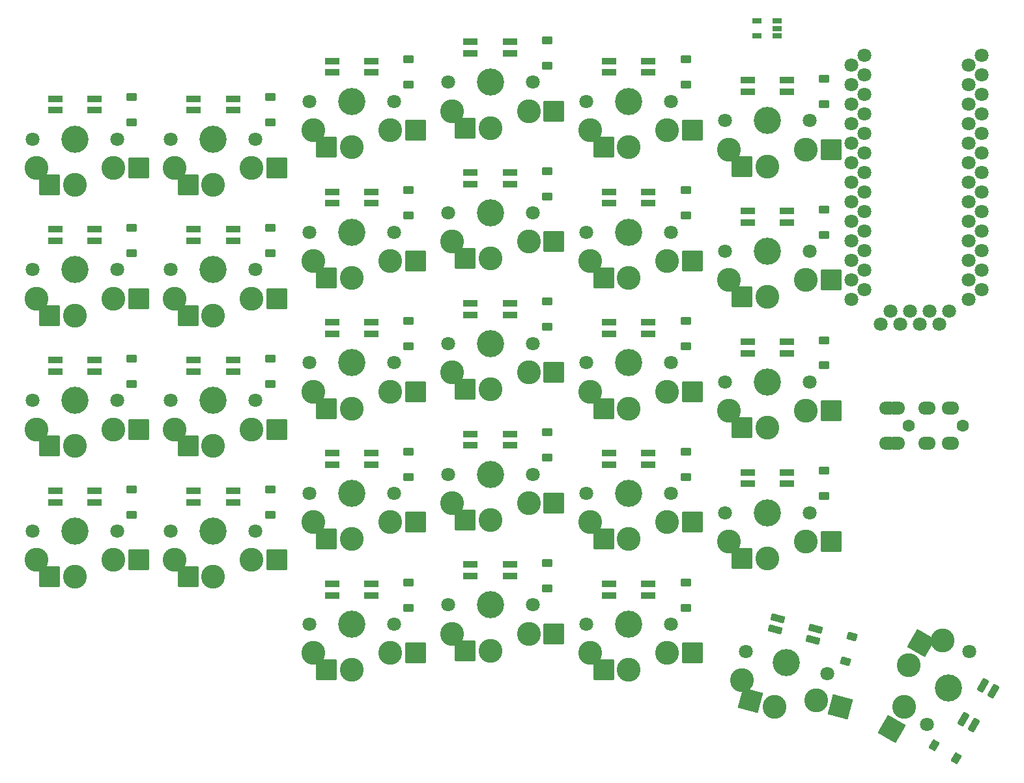
<source format=gbr>
%TF.GenerationSoftware,KiCad,Pcbnew,7.0.7*%
%TF.CreationDate,2023-10-16T17:22:34-07:00*%
%TF.ProjectId,main_pcb,6d61696e-5f70-4636-922e-6b696361645f,v1.0.0*%
%TF.SameCoordinates,Original*%
%TF.FileFunction,Soldermask,Top*%
%TF.FilePolarity,Negative*%
%FSLAX46Y46*%
G04 Gerber Fmt 4.6, Leading zero omitted, Abs format (unit mm)*
G04 Created by KiCad (PCBNEW 7.0.7) date 2023-10-16 17:22:34*
%MOMM*%
%LPD*%
G01*
G04 APERTURE LIST*
G04 Aperture macros list*
%AMRoundRect*
0 Rectangle with rounded corners*
0 $1 Rounding radius*
0 $2 $3 $4 $5 $6 $7 $8 $9 X,Y pos of 4 corners*
0 Add a 4 corners polygon primitive as box body*
4,1,4,$2,$3,$4,$5,$6,$7,$8,$9,$2,$3,0*
0 Add four circle primitives for the rounded corners*
1,1,$1+$1,$2,$3*
1,1,$1+$1,$4,$5*
1,1,$1+$1,$6,$7*
1,1,$1+$1,$8,$9*
0 Add four rect primitives between the rounded corners*
20,1,$1+$1,$2,$3,$4,$5,0*
20,1,$1+$1,$4,$5,$6,$7,0*
20,1,$1+$1,$6,$7,$8,$9,0*
20,1,$1+$1,$8,$9,$2,$3,0*%
G04 Aperture macros list end*
%ADD10RoundRect,0.050000X-0.850000X-0.410000X0.850000X-0.410000X0.850000X0.410000X-0.850000X0.410000X0*%
%ADD11RoundRect,0.050000X-0.927153X-0.176033X0.714921X-0.616026X0.927153X0.176033X-0.714921X0.616026X0*%
%ADD12C,1.801800*%
%ADD13C,3.100000*%
%ADD14C,3.529000*%
%ADD15RoundRect,0.050000X1.300000X1.300000X-1.300000X1.300000X-1.300000X-1.300000X1.300000X-1.300000X0*%
%ADD16RoundRect,0.050000X0.069930X0.941122X-0.780070X-0.531122X-0.069930X-0.941122X0.780070X0.531122X0*%
%ADD17C,1.600000*%
%ADD18O,2.300000X1.700000*%
%ADD19C,1.800000*%
%ADD20RoundRect,0.050000X1.592168X0.919239X-0.919239X1.592168X-1.592168X-0.919239X0.919239X-1.592168X0*%
%ADD21RoundRect,0.050000X0.550000X0.300000X-0.550000X0.300000X-0.550000X-0.300000X0.550000X-0.300000X0*%
%ADD22RoundRect,0.050000X0.475833X-1.775833X1.775833X0.475833X-0.475833X1.775833X-1.775833X-0.475833X0*%
%ADD23RoundRect,0.050000X-0.600000X0.450000X-0.600000X-0.450000X0.600000X-0.450000X0.600000X0.450000X0*%
%ADD24RoundRect,0.050000X0.689711X0.294615X-0.089711X0.744615X-0.689711X-0.294615X0.089711X-0.744615X0*%
%ADD25RoundRect,0.050000X-0.463087X0.589958X-0.696024X-0.279375X0.463087X-0.589958X0.696024X0.279375X0*%
G04 APERTURE END LIST*
D10*
%TO.C,_23*%
X224549988Y-123350000D03*
X219449988Y-121850000D03*
X224549988Y-121850000D03*
X219449988Y-123350000D03*
%TD*%
%TO.C,_17*%
X206549988Y-137850000D03*
X201449988Y-136350000D03*
X206549988Y-136350000D03*
X201449988Y-137850000D03*
%TD*%
D11*
%TO.C,_28*%
X245933671Y-197137767D03*
X241395677Y-194368901D03*
X246321899Y-195688878D03*
X241007449Y-195817790D03*
%TD*%
D10*
%TO.C,_25*%
X242549988Y-159850000D03*
X237449988Y-158350000D03*
X242549988Y-158350000D03*
X237449988Y-159850000D03*
%TD*%
%TO.C,_21*%
X224549988Y-157350000D03*
X219449988Y-155850000D03*
X224549988Y-155850000D03*
X219449988Y-157350000D03*
%TD*%
D12*
%TO.C,S20*%
X227499988Y-178100000D03*
D13*
X226999988Y-181850000D03*
X221999988Y-184050000D03*
X221999988Y-184050000D03*
D14*
X221999988Y-178100000D03*
D13*
X216999988Y-181850000D03*
D12*
X216499988Y-178100000D03*
D15*
X218724988Y-184050000D03*
X230274988Y-181850000D03*
%TD*%
D12*
%TO.C,S27*%
X245499988Y-129600000D03*
D13*
X244999988Y-133350000D03*
X239999988Y-135550000D03*
X239999988Y-135550000D03*
D14*
X239999988Y-129600000D03*
D13*
X234999988Y-133350000D03*
D12*
X234499988Y-129600000D03*
D15*
X236724988Y-135550000D03*
X248274988Y-133350000D03*
%TD*%
D10*
%TO.C,_4*%
X152549988Y-128250000D03*
X147449988Y-126750000D03*
X152549988Y-126750000D03*
X147449988Y-128250000D03*
%TD*%
%TO.C,_19*%
X224549988Y-191350000D03*
X219449988Y-189850000D03*
X224549988Y-189850000D03*
X219449988Y-191350000D03*
%TD*%
%TO.C,_5*%
X170549988Y-179250000D03*
X165449988Y-177750000D03*
X170549988Y-177750000D03*
X165449988Y-179250000D03*
%TD*%
D12*
%TO.C,S15*%
X209499988Y-175600000D03*
D13*
X208999988Y-179350000D03*
X203999988Y-181550000D03*
X203999988Y-181550000D03*
D14*
X203999988Y-175600000D03*
D13*
X198999988Y-179350000D03*
D12*
X198499988Y-175600000D03*
D15*
X200724988Y-181550000D03*
X212274988Y-179350000D03*
%TD*%
D12*
%TO.C,S5*%
X173499988Y-183000000D03*
D13*
X172999988Y-186750000D03*
X167999988Y-188950000D03*
X167999988Y-188950000D03*
D14*
X167999988Y-183000000D03*
D13*
X162999988Y-186750000D03*
D12*
X162499988Y-183000000D03*
D15*
X164724988Y-188950000D03*
X176274988Y-186750000D03*
%TD*%
D12*
%TO.C,S11*%
X191499988Y-161100000D03*
D13*
X190999988Y-164850000D03*
X185999988Y-167050000D03*
X185999988Y-167050000D03*
D14*
X185999988Y-161100000D03*
D13*
X180999988Y-164850000D03*
D12*
X180499988Y-161100000D03*
D15*
X182724988Y-167050000D03*
X194274988Y-164850000D03*
%TD*%
D10*
%TO.C,_2*%
X152549988Y-162250000D03*
X147449988Y-160750000D03*
X152549988Y-160750000D03*
X147449988Y-162250000D03*
%TD*%
D16*
%TO.C,_29*%
X265524312Y-207494032D03*
X269373350Y-203827302D03*
X266823350Y-208244032D03*
X268074312Y-203077302D03*
%TD*%
D10*
%TO.C,_15*%
X206549988Y-171850000D03*
X201449988Y-170350000D03*
X206549988Y-170350000D03*
X201449988Y-171850000D03*
%TD*%
%TO.C,_11*%
X188549988Y-157350000D03*
X183449988Y-155850000D03*
X188549988Y-155850000D03*
X183449988Y-157350000D03*
%TD*%
D12*
%TO.C,S9*%
X191499988Y-195100000D03*
D13*
X190999988Y-198850000D03*
X185999988Y-201050000D03*
X185999988Y-201050000D03*
D14*
X185999988Y-195100000D03*
D13*
X180999988Y-198850000D03*
D12*
X180499988Y-195100000D03*
D15*
X182724988Y-201050000D03*
X194274988Y-198850000D03*
%TD*%
D10*
%TO.C,_24*%
X242549988Y-176850000D03*
X237449988Y-175350000D03*
X242549988Y-175350000D03*
X237449988Y-176850000D03*
%TD*%
D17*
%TO.C,TRRS1*%
X265399988Y-169300000D03*
X258399988Y-169300000D03*
D18*
X255699988Y-167000000D03*
X255699988Y-171600000D03*
X256799988Y-167000000D03*
X256799988Y-171600000D03*
X260799988Y-167000000D03*
X260799988Y-171600000D03*
X263799988Y-167000000D03*
X263799988Y-171600000D03*
%TD*%
D10*
%TO.C,_10*%
X188549988Y-174350000D03*
X183449988Y-172850000D03*
X188549988Y-172850000D03*
X183449988Y-174350000D03*
%TD*%
D12*
%TO.C,S16*%
X209499988Y-158600000D03*
D13*
X208999988Y-162350000D03*
X203999988Y-164550000D03*
X203999988Y-164550000D03*
D14*
X203999988Y-158600000D03*
D13*
X198999988Y-162350000D03*
D12*
X198499988Y-158600000D03*
D15*
X200724988Y-164550000D03*
X212274988Y-162350000D03*
%TD*%
D19*
%TO.C,MCU-AX1*%
X266219988Y-127440000D03*
X250979988Y-129980000D03*
X250979988Y-132520000D03*
X250979988Y-124900000D03*
X250979988Y-127440000D03*
X250979988Y-135060000D03*
X250979988Y-137600000D03*
X250979988Y-140140000D03*
X250979988Y-142680000D03*
X250979988Y-145220000D03*
X250979988Y-147760000D03*
X250979988Y-150300000D03*
X250979988Y-152840000D03*
X250979988Y-122360000D03*
X266219988Y-122360000D03*
X266219988Y-147760000D03*
X266219988Y-152840000D03*
X266219988Y-145220000D03*
X266219988Y-150300000D03*
X266219988Y-142680000D03*
X266219988Y-140140000D03*
X266219988Y-137600000D03*
X266219988Y-135060000D03*
X266219988Y-124900000D03*
X266219988Y-129980000D03*
X266219988Y-132520000D03*
%TD*%
D12*
%TO.C,S24*%
X245499988Y-180600000D03*
D13*
X244999988Y-184350000D03*
X239999988Y-186550000D03*
X239999988Y-186550000D03*
D14*
X239999988Y-180600000D03*
D13*
X234999988Y-184350000D03*
D12*
X234499988Y-180600000D03*
D15*
X236724988Y-186550000D03*
X248274988Y-184350000D03*
%TD*%
D12*
%TO.C,S6*%
X173499988Y-166000000D03*
D13*
X172999988Y-169750000D03*
X167999988Y-171950000D03*
X167999988Y-171950000D03*
D14*
X167999988Y-166000000D03*
D13*
X162999988Y-169750000D03*
D12*
X162499988Y-166000000D03*
D15*
X164724988Y-171950000D03*
X176274988Y-169750000D03*
%TD*%
D12*
%TO.C,S8*%
X173499988Y-132000000D03*
D13*
X172999988Y-135750000D03*
X167999988Y-137950000D03*
X167999988Y-137950000D03*
D14*
X167999988Y-132000000D03*
D13*
X162999988Y-135750000D03*
D12*
X162499988Y-132000000D03*
D15*
X164724988Y-137950000D03*
X176274988Y-135750000D03*
%TD*%
D10*
%TO.C,_9*%
X188549988Y-191350000D03*
X183449988Y-189850000D03*
X188549988Y-189850000D03*
X183449988Y-191350000D03*
%TD*%
%TO.C,_14*%
X206549988Y-188850000D03*
X201449988Y-187350000D03*
X206549988Y-187350000D03*
X201449988Y-188850000D03*
%TD*%
D12*
%TO.C,S1*%
X155499988Y-183000000D03*
D13*
X154999988Y-186750000D03*
X149999988Y-188950000D03*
X149999988Y-188950000D03*
D14*
X149999988Y-183000000D03*
D13*
X144999988Y-186750000D03*
D12*
X144499988Y-183000000D03*
D15*
X146724988Y-188950000D03*
X158274988Y-186750000D03*
%TD*%
D12*
%TO.C,S10*%
X191499988Y-178100000D03*
D13*
X190999988Y-181850000D03*
X185999988Y-184050000D03*
X185999988Y-184050000D03*
D14*
X185999988Y-178100000D03*
D13*
X180999988Y-181850000D03*
D12*
X180499988Y-178100000D03*
D15*
X182724988Y-184050000D03*
X194274988Y-181850000D03*
%TD*%
D10*
%TO.C,_20*%
X224549988Y-174350000D03*
X219449988Y-172850000D03*
X224549988Y-172850000D03*
X219449988Y-174350000D03*
%TD*%
%TO.C,_27*%
X242549988Y-125850000D03*
X237449988Y-124350000D03*
X242549988Y-124350000D03*
X237449988Y-125850000D03*
%TD*%
%TO.C,_12*%
X188549988Y-140350000D03*
X183449988Y-138850000D03*
X188549988Y-138850000D03*
X183449988Y-140350000D03*
%TD*%
%TO.C,_18*%
X206549988Y-120850000D03*
X201449988Y-119350000D03*
X206549988Y-119350000D03*
X201449988Y-120850000D03*
%TD*%
D12*
%TO.C,S13*%
X191499988Y-127100000D03*
D13*
X190999988Y-130850000D03*
X185999988Y-133050000D03*
X185999988Y-133050000D03*
D14*
X185999988Y-127100000D03*
D13*
X180999988Y-130850000D03*
D12*
X180499988Y-127100000D03*
D15*
X182724988Y-133050000D03*
X194274988Y-130850000D03*
%TD*%
D12*
%TO.C,S12*%
X191499988Y-144100000D03*
D13*
X190999988Y-147850000D03*
X185999988Y-150050000D03*
X185999988Y-150050000D03*
D14*
X185999988Y-144100000D03*
D13*
X180999988Y-147850000D03*
D12*
X180499988Y-144100000D03*
D15*
X182724988Y-150050000D03*
X194274988Y-147850000D03*
%TD*%
D12*
%TO.C,S28*%
X247812580Y-201523505D03*
D13*
X246359046Y-205016317D03*
X240960015Y-205847259D03*
X240960015Y-205847259D03*
D14*
X242499988Y-200100000D03*
D13*
X236699787Y-202428127D03*
D12*
X237187396Y-198676495D03*
D20*
X237796608Y-204999626D03*
X249522453Y-205863949D03*
%TD*%
D12*
%TO.C,S4*%
X155499988Y-132000000D03*
D13*
X154999988Y-135750000D03*
X149999988Y-137950000D03*
X149999988Y-137950000D03*
D14*
X149999988Y-132000000D03*
D13*
X144999988Y-135750000D03*
D12*
X144499988Y-132000000D03*
D15*
X146724988Y-137950000D03*
X158274988Y-135750000D03*
%TD*%
D21*
%TO.C,_30*%
X241299988Y-117600000D03*
X238699988Y-116650000D03*
X241299988Y-118550000D03*
X241299988Y-116650000D03*
X238699988Y-118550000D03*
%TD*%
D12*
%TO.C,S17*%
X209499988Y-141600000D03*
D13*
X208999988Y-145350000D03*
X203999988Y-147550000D03*
X203999988Y-147550000D03*
D14*
X203999988Y-141600000D03*
D13*
X198999988Y-145350000D03*
D12*
X198499988Y-141600000D03*
D15*
X200724988Y-147550000D03*
X212274988Y-145350000D03*
%TD*%
D10*
%TO.C,_16*%
X206549988Y-154850000D03*
X201449988Y-153350000D03*
X206549988Y-153350000D03*
X201449988Y-154850000D03*
%TD*%
D12*
%TO.C,S19*%
X227499988Y-195100000D03*
D13*
X226999988Y-198850000D03*
X221999988Y-201050000D03*
X221999988Y-201050000D03*
D14*
X221999988Y-195100000D03*
D13*
X216999988Y-198850000D03*
D12*
X216499988Y-195100000D03*
D15*
X218724988Y-201050000D03*
X230274988Y-198850000D03*
%TD*%
D12*
%TO.C,S22*%
X227499988Y-144100000D03*
D13*
X226999988Y-147850000D03*
X221999988Y-150050000D03*
X221999988Y-150050000D03*
D14*
X221999988Y-144100000D03*
D13*
X216999988Y-147850000D03*
D12*
X216499988Y-144100000D03*
D15*
X218724988Y-150050000D03*
X230274988Y-147850000D03*
%TD*%
D10*
%TO.C,_1*%
X152549988Y-179250000D03*
X147449988Y-177750000D03*
X152549988Y-177750000D03*
X147449988Y-179250000D03*
%TD*%
D12*
%TO.C,S7*%
X173499988Y-149000000D03*
D13*
X172999988Y-152750000D03*
X167999988Y-154950000D03*
X167999988Y-154950000D03*
D14*
X167999988Y-149000000D03*
D13*
X162999988Y-152750000D03*
D12*
X162499988Y-149000000D03*
D15*
X164724988Y-154950000D03*
X176274988Y-152750000D03*
%TD*%
D12*
%TO.C,S25*%
X245499988Y-163600000D03*
D13*
X244999988Y-167350000D03*
X239999988Y-169550000D03*
X239999988Y-169550000D03*
D14*
X239999988Y-163600000D03*
D13*
X234999988Y-167350000D03*
D12*
X234499988Y-163600000D03*
D15*
X236724988Y-169550000D03*
X248274988Y-167350000D03*
%TD*%
D10*
%TO.C,_6*%
X170549988Y-162250000D03*
X165449988Y-160750000D03*
X170549988Y-160750000D03*
X165449988Y-162250000D03*
%TD*%
%TO.C,_8*%
X170549988Y-128250000D03*
X165449988Y-126750000D03*
X170549988Y-126750000D03*
X165449988Y-128250000D03*
%TD*%
%TO.C,_13*%
X188549988Y-123350000D03*
X183449988Y-121850000D03*
X188549988Y-121850000D03*
X183449988Y-123350000D03*
%TD*%
%TO.C,_22*%
X224549988Y-140350000D03*
X219449988Y-138850000D03*
X224549988Y-138850000D03*
X219449988Y-140350000D03*
%TD*%
D12*
%TO.C,S21*%
X227499988Y-161100000D03*
D13*
X226999988Y-164850000D03*
X221999988Y-167050000D03*
X221999988Y-167050000D03*
D14*
X221999988Y-161100000D03*
D13*
X216999988Y-164850000D03*
D12*
X216499988Y-161100000D03*
D15*
X218724988Y-167050000D03*
X230274988Y-164850000D03*
%TD*%
D12*
%TO.C,S2*%
X155499988Y-166000000D03*
D13*
X154999988Y-169750000D03*
X149999988Y-171950000D03*
X149999988Y-171950000D03*
D14*
X149999988Y-166000000D03*
D13*
X144999988Y-169750000D03*
D12*
X144499988Y-166000000D03*
D15*
X146724988Y-171950000D03*
X158274988Y-169750000D03*
%TD*%
D19*
%TO.C,OLED1*%
X262409988Y-156100000D03*
X257329988Y-156100000D03*
X254789988Y-156100000D03*
X259869988Y-156100000D03*
%TD*%
D10*
%TO.C,_7*%
X170549988Y-145250000D03*
X165449988Y-143750000D03*
X170549988Y-143750000D03*
X165449988Y-145250000D03*
%TD*%
%TO.C,_3*%
X152549988Y-145250000D03*
X147449988Y-143750000D03*
X152549988Y-143750000D03*
X147449988Y-145250000D03*
%TD*%
D12*
%TO.C,S18*%
X209499988Y-124600000D03*
D13*
X208999988Y-128350000D03*
X203999988Y-130550000D03*
X203999988Y-130550000D03*
D14*
X203999988Y-124600000D03*
D13*
X198999988Y-128350000D03*
D12*
X198499988Y-124600000D03*
D15*
X200724988Y-130550000D03*
X212274988Y-128350000D03*
%TD*%
D10*
%TO.C,_26*%
X242549988Y-142850000D03*
X237449988Y-141350000D03*
X242549988Y-141350000D03*
X237449988Y-142850000D03*
%TD*%
D12*
%TO.C,S3*%
X155499988Y-149000000D03*
D13*
X154999988Y-152750000D03*
X149999988Y-154950000D03*
X149999988Y-154950000D03*
D14*
X149999988Y-149000000D03*
D13*
X144999988Y-152750000D03*
D12*
X144499988Y-149000000D03*
D15*
X146724988Y-154950000D03*
X158274988Y-152750000D03*
%TD*%
D12*
%TO.C,S26*%
X245499988Y-146600000D03*
D13*
X244999988Y-150350000D03*
X239999988Y-152550000D03*
X239999988Y-152550000D03*
D14*
X239999988Y-146600000D03*
D13*
X234999988Y-150350000D03*
D12*
X234499988Y-146600000D03*
D15*
X236724988Y-152550000D03*
X248274988Y-150350000D03*
%TD*%
D12*
%TO.C,S14*%
X209499988Y-192600000D03*
D13*
X208999988Y-196350000D03*
X203999988Y-198550000D03*
X203999988Y-198550000D03*
D14*
X203999988Y-192600000D03*
D13*
X198999988Y-196350000D03*
D12*
X198499988Y-192600000D03*
D15*
X200724988Y-198550000D03*
X212274988Y-196350000D03*
%TD*%
D12*
%TO.C,S29*%
X260801716Y-208173807D03*
D13*
X257804121Y-205865794D03*
X258398865Y-200435667D03*
X258398865Y-200435667D03*
D14*
X263551716Y-203410667D03*
D13*
X262804121Y-197205540D03*
D12*
X266301716Y-198647527D03*
D22*
X260036365Y-197599434D03*
X256166621Y-208702027D03*
%TD*%
D12*
%TO.C,S23*%
X227499988Y-127100000D03*
D13*
X226999988Y-130850000D03*
X221999988Y-133050000D03*
X221999988Y-133050000D03*
D14*
X221999988Y-127100000D03*
D13*
X216999988Y-130850000D03*
D12*
X216499988Y-127100000D03*
D15*
X218724988Y-133050000D03*
X230274988Y-130850000D03*
%TD*%
D23*
%TO.C,D12*%
X193399988Y-141950000D03*
X193399988Y-138650000D03*
%TD*%
%TO.C,D13*%
X193399988Y-124950000D03*
X193399988Y-121650000D03*
%TD*%
D19*
%TO.C,OLED2*%
X256059988Y-154420000D03*
X261139988Y-154420000D03*
X263679988Y-154420000D03*
X258599988Y-154420000D03*
%TD*%
D23*
%TO.C,D24*%
X247399988Y-178450000D03*
X247399988Y-175150000D03*
%TD*%
%TO.C,D3*%
X157399988Y-146850000D03*
X157399988Y-143550000D03*
%TD*%
%TO.C,D20*%
X229399988Y-175950000D03*
X229399988Y-172650000D03*
%TD*%
%TO.C,D2*%
X157399988Y-163850000D03*
X157399988Y-160550000D03*
%TD*%
%TO.C,D10*%
X193399988Y-175950000D03*
X193399988Y-172650000D03*
%TD*%
%TO.C,D11*%
X193399988Y-158950000D03*
X193399988Y-155650000D03*
%TD*%
%TO.C,D4*%
X157399988Y-129850000D03*
X157399988Y-126550000D03*
%TD*%
%TO.C,D14*%
X211399988Y-190450000D03*
X211399988Y-187150000D03*
%TD*%
%TO.C,D18*%
X211399988Y-122450000D03*
X211399988Y-119150000D03*
%TD*%
%TO.C,D25*%
X247399988Y-161450000D03*
X247399988Y-158150000D03*
%TD*%
%TO.C,D7*%
X175399988Y-146850000D03*
X175399988Y-143550000D03*
%TD*%
%TO.C,D22*%
X229399988Y-141950000D03*
X229399988Y-138650000D03*
%TD*%
%TO.C,D5*%
X175399988Y-180850000D03*
X175399988Y-177550000D03*
%TD*%
%TO.C,D26*%
X247399988Y-144450000D03*
X247399988Y-141150000D03*
%TD*%
%TO.C,D15*%
X211399988Y-173450000D03*
X211399988Y-170150000D03*
%TD*%
%TO.C,D8*%
X175399988Y-129850000D03*
X175399988Y-126550000D03*
%TD*%
%TO.C,D1*%
X157399988Y-180850000D03*
X157399988Y-177550000D03*
%TD*%
%TO.C,D9*%
X193399988Y-192950000D03*
X193399988Y-189650000D03*
%TD*%
D24*
%TO.C,D29*%
X261713671Y-210894255D03*
X264571555Y-212544255D03*
%TD*%
D23*
%TO.C,D23*%
X229399988Y-124950000D03*
X229399988Y-121650000D03*
%TD*%
%TO.C,D6*%
X175399988Y-163850000D03*
X175399988Y-160550000D03*
%TD*%
D19*
%TO.C,MCU-AX2*%
X252659988Y-126170000D03*
X267899988Y-128710000D03*
X267899988Y-131250000D03*
X267899988Y-123630000D03*
X267899988Y-126170000D03*
X267899988Y-133790000D03*
X267899988Y-136330000D03*
X267899988Y-138870000D03*
X267899988Y-141410000D03*
X267899988Y-143950000D03*
X267899988Y-146490000D03*
X267899988Y-149030000D03*
X267899988Y-151570000D03*
X267899988Y-121090000D03*
X252659988Y-121090000D03*
X252659988Y-146490000D03*
X252659988Y-151570000D03*
X252659988Y-143950000D03*
X252659988Y-149030000D03*
X252659988Y-141410000D03*
X252659988Y-138870000D03*
X252659988Y-136330000D03*
X252659988Y-133790000D03*
X252659988Y-123630000D03*
X252659988Y-128710000D03*
X252659988Y-131250000D03*
%TD*%
D23*
%TO.C,D16*%
X211399988Y-156450000D03*
X211399988Y-153150000D03*
%TD*%
%TO.C,D17*%
X211399988Y-139450000D03*
X211399988Y-136150000D03*
%TD*%
%TO.C,D21*%
X229399988Y-158950000D03*
X229399988Y-155650000D03*
%TD*%
%TO.C,D19*%
X229399988Y-192950000D03*
X229399988Y-189650000D03*
%TD*%
%TO.C,D27*%
X247399988Y-127450000D03*
X247399988Y-124150000D03*
%TD*%
D25*
%TO.C,D28*%
X250204301Y-199938521D03*
X251058403Y-196750965D03*
%TD*%
M02*

</source>
